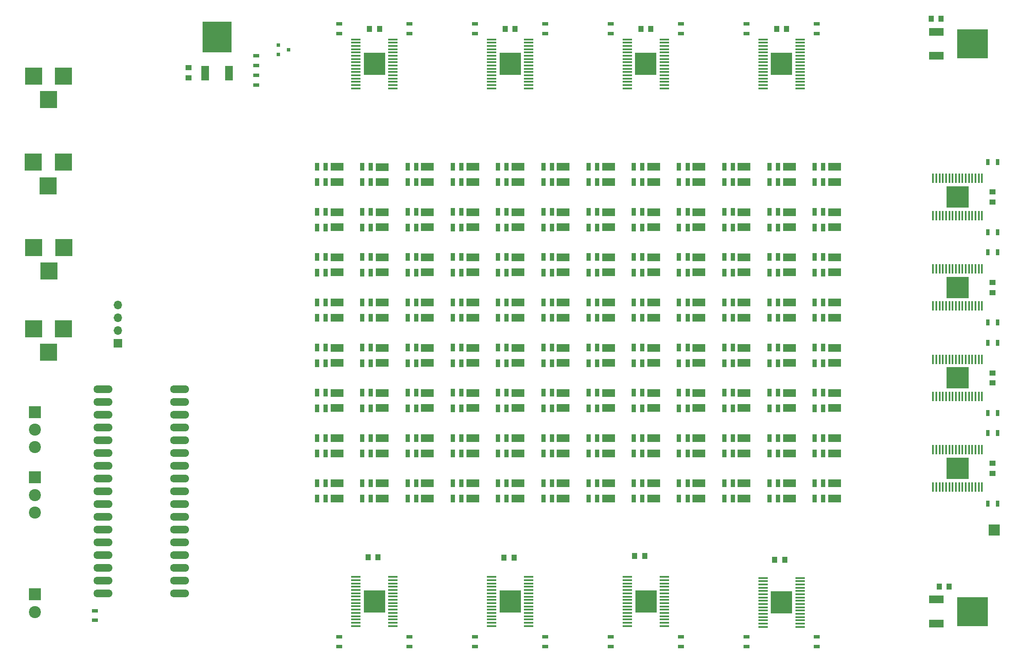
<source format=gbr>
G04 #@! TF.FileFunction,Soldermask,Top*
%FSLAX46Y46*%
G04 Gerber Fmt 4.6, Leading zero omitted, Abs format (unit mm)*
G04 Created by KiCad (PCBNEW 4.0.2-stable) date Monday, November 12, 2018 'PMt' 10:07:05 PM*
%MOMM*%
G01*
G04 APERTURE LIST*
%ADD10C,0.100000*%
%ADD11R,1.000000X1.250000*%
%ADD12R,1.250000X1.000000*%
%ADD13R,3.500120X3.500120*%
%ADD14R,2.600000X1.500000*%
%ADD15R,0.900000X1.500000*%
%ADD16R,1.300000X0.700000*%
%ADD17R,0.700000X1.300000*%
%ADD18O,3.810000X1.524000*%
%ADD19R,4.250000X4.500000*%
%ADD20R,1.940000X0.440000*%
%ADD21R,4.500000X4.250000*%
%ADD22R,0.440000X1.940000*%
%ADD23R,5.800000X6.200000*%
%ADD24R,1.600000X3.000000*%
%ADD25R,6.200000X5.800000*%
%ADD26R,3.000000X1.600000*%
%ADD27R,2.235200X2.235200*%
%ADD28R,0.800100X0.800100*%
%ADD29R,3.500000X3.500000*%
%ADD30C,2.400000*%
%ADD31R,2.400000X2.400000*%
%ADD32R,1.700000X1.700000*%
%ADD33O,1.700000X1.700000*%
G04 APERTURE END LIST*
D10*
D11*
X136790000Y-176270000D03*
X134790000Y-176270000D03*
X164000000Y-71000000D03*
X162000000Y-71000000D03*
X137000000Y-71000000D03*
X135000000Y-71000000D03*
X109740000Y-176190000D03*
X107740000Y-176190000D03*
X191000000Y-71000000D03*
X189000000Y-71000000D03*
X110000000Y-71000000D03*
X108000000Y-71000000D03*
D12*
X72025000Y-80775000D03*
X72025000Y-78775000D03*
X232000000Y-105500000D03*
X232000000Y-103500000D03*
D11*
X190620000Y-176730000D03*
X188620000Y-176730000D03*
X162750000Y-175940000D03*
X160750000Y-175940000D03*
D12*
X232000000Y-123500000D03*
X232000000Y-121500000D03*
X232000000Y-159500000D03*
X232000000Y-157500000D03*
X232000000Y-141500000D03*
X232000000Y-139500000D03*
D13*
X47120140Y-97550000D03*
X41120660Y-97550000D03*
X44120400Y-102249000D03*
D14*
X101550000Y-101500000D03*
X101550000Y-98500000D03*
D15*
X99300000Y-101550000D03*
X99300000Y-98450000D03*
X97600000Y-98450000D03*
X97600000Y-101550000D03*
D14*
X101550000Y-110500000D03*
X101550000Y-107500000D03*
D15*
X99300000Y-110550000D03*
X99300000Y-107450000D03*
X97600000Y-107450000D03*
X97600000Y-110550000D03*
D14*
X101550000Y-119500000D03*
X101550000Y-116500000D03*
D15*
X99300000Y-119550000D03*
X99300000Y-116450000D03*
X97600000Y-116450000D03*
X97600000Y-119550000D03*
D14*
X101550000Y-128500000D03*
X101550000Y-125500000D03*
D15*
X99300000Y-128550000D03*
X99300000Y-125450000D03*
X97600000Y-125450000D03*
X97600000Y-128550000D03*
D14*
X101550000Y-137500000D03*
X101550000Y-134500000D03*
D15*
X99300000Y-137550000D03*
X99300000Y-134450000D03*
X97600000Y-134450000D03*
X97600000Y-137550000D03*
D14*
X101550000Y-146500000D03*
X101550000Y-143500000D03*
D15*
X99300000Y-146550000D03*
X99300000Y-143450000D03*
X97600000Y-143450000D03*
X97600000Y-146550000D03*
D14*
X101550000Y-155500000D03*
X101550000Y-152500000D03*
D15*
X99300000Y-155550000D03*
X99300000Y-152450000D03*
X97600000Y-152450000D03*
X97600000Y-155550000D03*
D14*
X101550000Y-164500000D03*
X101550000Y-161500000D03*
D15*
X99300000Y-164550000D03*
X99300000Y-161450000D03*
X97600000Y-161450000D03*
X97600000Y-164550000D03*
D14*
X110550000Y-101525000D03*
X110550000Y-98525000D03*
D15*
X108300000Y-101550000D03*
X108300000Y-98450000D03*
X106600000Y-98450000D03*
X106600000Y-101550000D03*
D14*
X110550000Y-110500000D03*
X110550000Y-107500000D03*
D15*
X108300000Y-110550000D03*
X108300000Y-107450000D03*
X106600000Y-107450000D03*
X106600000Y-110550000D03*
D14*
X110550000Y-119500000D03*
X110550000Y-116500000D03*
D15*
X108300000Y-119550000D03*
X108300000Y-116450000D03*
X106600000Y-116450000D03*
X106600000Y-119550000D03*
D14*
X110550000Y-128500000D03*
X110550000Y-125500000D03*
D15*
X108300000Y-128550000D03*
X108300000Y-125450000D03*
X106600000Y-125450000D03*
X106600000Y-128550000D03*
D14*
X110550000Y-137500000D03*
X110550000Y-134500000D03*
D15*
X108300000Y-137550000D03*
X108300000Y-134450000D03*
X106600000Y-134450000D03*
X106600000Y-137550000D03*
D14*
X110550000Y-146500000D03*
X110550000Y-143500000D03*
D15*
X108300000Y-146550000D03*
X108300000Y-143450000D03*
X106600000Y-143450000D03*
X106600000Y-146550000D03*
D14*
X110550000Y-155500000D03*
X110550000Y-152500000D03*
D15*
X108300000Y-155550000D03*
X108300000Y-152450000D03*
X106600000Y-152450000D03*
X106600000Y-155550000D03*
D14*
X110550000Y-164500000D03*
X110550000Y-161500000D03*
D15*
X108300000Y-164550000D03*
X108300000Y-161450000D03*
X106600000Y-161450000D03*
X106600000Y-164550000D03*
D14*
X119550000Y-101500000D03*
X119550000Y-98500000D03*
D15*
X117300000Y-101550000D03*
X117300000Y-98450000D03*
X115600000Y-98450000D03*
X115600000Y-101550000D03*
D14*
X119550000Y-110500000D03*
X119550000Y-107500000D03*
D15*
X117300000Y-110550000D03*
X117300000Y-107450000D03*
X115600000Y-107450000D03*
X115600000Y-110550000D03*
D14*
X119550000Y-119500000D03*
X119550000Y-116500000D03*
D15*
X117300000Y-119550000D03*
X117300000Y-116450000D03*
X115600000Y-116450000D03*
X115600000Y-119550000D03*
D14*
X119550000Y-128500000D03*
X119550000Y-125500000D03*
D15*
X117300000Y-128550000D03*
X117300000Y-125450000D03*
X115600000Y-125450000D03*
X115600000Y-128550000D03*
D14*
X119550000Y-137500000D03*
X119550000Y-134500000D03*
D15*
X117300000Y-137550000D03*
X117300000Y-134450000D03*
X115600000Y-134450000D03*
X115600000Y-137550000D03*
D14*
X119550000Y-146500000D03*
X119550000Y-143500000D03*
D15*
X117300000Y-146550000D03*
X117300000Y-143450000D03*
X115600000Y-143450000D03*
X115600000Y-146550000D03*
D14*
X119550000Y-155500000D03*
X119550000Y-152500000D03*
D15*
X117300000Y-155550000D03*
X117300000Y-152450000D03*
X115600000Y-152450000D03*
X115600000Y-155550000D03*
D14*
X119550000Y-164500000D03*
X119550000Y-161500000D03*
D15*
X117300000Y-164550000D03*
X117300000Y-161450000D03*
X115600000Y-161450000D03*
X115600000Y-164550000D03*
D14*
X128550000Y-101500000D03*
X128550000Y-98500000D03*
D15*
X126300000Y-101550000D03*
X126300000Y-98450000D03*
X124600000Y-98450000D03*
X124600000Y-101550000D03*
D14*
X128550000Y-110500000D03*
X128550000Y-107500000D03*
D15*
X126300000Y-110550000D03*
X126300000Y-107450000D03*
X124600000Y-107450000D03*
X124600000Y-110550000D03*
D14*
X128550000Y-119500000D03*
X128550000Y-116500000D03*
D15*
X126300000Y-119550000D03*
X126300000Y-116450000D03*
X124600000Y-116450000D03*
X124600000Y-119550000D03*
D14*
X128550000Y-128500000D03*
X128550000Y-125500000D03*
D15*
X126300000Y-128550000D03*
X126300000Y-125450000D03*
X124600000Y-125450000D03*
X124600000Y-128550000D03*
D14*
X128550000Y-137500000D03*
X128550000Y-134500000D03*
D15*
X126300000Y-137550000D03*
X126300000Y-134450000D03*
X124600000Y-134450000D03*
X124600000Y-137550000D03*
D14*
X128550000Y-146500000D03*
X128550000Y-143500000D03*
D15*
X126300000Y-146550000D03*
X126300000Y-143450000D03*
X124600000Y-143450000D03*
X124600000Y-146550000D03*
D14*
X128550000Y-155500000D03*
X128550000Y-152500000D03*
D15*
X126300000Y-155550000D03*
X126300000Y-152450000D03*
X124600000Y-152450000D03*
X124600000Y-155550000D03*
D14*
X128550000Y-164500000D03*
X128550000Y-161500000D03*
D15*
X126300000Y-164550000D03*
X126300000Y-161450000D03*
X124600000Y-161450000D03*
X124600000Y-164550000D03*
D14*
X137550000Y-101500000D03*
X137550000Y-98500000D03*
D15*
X135300000Y-101550000D03*
X135300000Y-98450000D03*
X133600000Y-98450000D03*
X133600000Y-101550000D03*
D14*
X137550000Y-110500000D03*
X137550000Y-107500000D03*
D15*
X135300000Y-110550000D03*
X135300000Y-107450000D03*
X133600000Y-107450000D03*
X133600000Y-110550000D03*
D14*
X137550000Y-119500000D03*
X137550000Y-116500000D03*
D15*
X135300000Y-119550000D03*
X135300000Y-116450000D03*
X133600000Y-116450000D03*
X133600000Y-119550000D03*
D14*
X137550000Y-128500000D03*
X137550000Y-125500000D03*
D15*
X135300000Y-128550000D03*
X135300000Y-125450000D03*
X133600000Y-125450000D03*
X133600000Y-128550000D03*
D14*
X137550000Y-137500000D03*
X137550000Y-134500000D03*
D15*
X135300000Y-137550000D03*
X135300000Y-134450000D03*
X133600000Y-134450000D03*
X133600000Y-137550000D03*
D14*
X137550000Y-146500000D03*
X137550000Y-143500000D03*
D15*
X135300000Y-146550000D03*
X135300000Y-143450000D03*
X133600000Y-143450000D03*
X133600000Y-146550000D03*
D14*
X137550000Y-155500000D03*
X137550000Y-152500000D03*
D15*
X135300000Y-155550000D03*
X135300000Y-152450000D03*
X133600000Y-152450000D03*
X133600000Y-155550000D03*
D14*
X137550000Y-164500000D03*
X137550000Y-161500000D03*
D15*
X135300000Y-164550000D03*
X135300000Y-161450000D03*
X133600000Y-161450000D03*
X133600000Y-164550000D03*
D14*
X146550000Y-101500000D03*
X146550000Y-98500000D03*
D15*
X144300000Y-101550000D03*
X144300000Y-98450000D03*
X142600000Y-98450000D03*
X142600000Y-101550000D03*
D14*
X146550000Y-110500000D03*
X146550000Y-107500000D03*
D15*
X144300000Y-110550000D03*
X144300000Y-107450000D03*
X142600000Y-107450000D03*
X142600000Y-110550000D03*
D14*
X146550000Y-119500000D03*
X146550000Y-116500000D03*
D15*
X144300000Y-119550000D03*
X144300000Y-116450000D03*
X142600000Y-116450000D03*
X142600000Y-119550000D03*
D14*
X146550000Y-128500000D03*
X146550000Y-125500000D03*
D15*
X144300000Y-128550000D03*
X144300000Y-125450000D03*
X142600000Y-125450000D03*
X142600000Y-128550000D03*
D14*
X146550000Y-137500000D03*
X146550000Y-134500000D03*
D15*
X144300000Y-137550000D03*
X144300000Y-134450000D03*
X142600000Y-134450000D03*
X142600000Y-137550000D03*
D14*
X146550000Y-146500000D03*
X146550000Y-143500000D03*
D15*
X144300000Y-146550000D03*
X144300000Y-143450000D03*
X142600000Y-143450000D03*
X142600000Y-146550000D03*
D14*
X146550000Y-155500000D03*
X146550000Y-152500000D03*
D15*
X144300000Y-155550000D03*
X144300000Y-152450000D03*
X142600000Y-152450000D03*
X142600000Y-155550000D03*
D14*
X146550000Y-164500000D03*
X146550000Y-161500000D03*
D15*
X144300000Y-164550000D03*
X144300000Y-161450000D03*
X142600000Y-161450000D03*
X142600000Y-164550000D03*
D14*
X155550000Y-101500000D03*
X155550000Y-98500000D03*
D15*
X153300000Y-101550000D03*
X153300000Y-98450000D03*
X151600000Y-98450000D03*
X151600000Y-101550000D03*
D14*
X155550000Y-110500000D03*
X155550000Y-107500000D03*
D15*
X153300000Y-110550000D03*
X153300000Y-107450000D03*
X151600000Y-107450000D03*
X151600000Y-110550000D03*
D14*
X155550000Y-119500000D03*
X155550000Y-116500000D03*
D15*
X153300000Y-119550000D03*
X153300000Y-116450000D03*
X151600000Y-116450000D03*
X151600000Y-119550000D03*
D14*
X155550000Y-128500000D03*
X155550000Y-125500000D03*
D15*
X153300000Y-128550000D03*
X153300000Y-125450000D03*
X151600000Y-125450000D03*
X151600000Y-128550000D03*
D14*
X155550000Y-137500000D03*
X155550000Y-134500000D03*
D15*
X153300000Y-137550000D03*
X153300000Y-134450000D03*
X151600000Y-134450000D03*
X151600000Y-137550000D03*
D14*
X155550000Y-146500000D03*
X155550000Y-143500000D03*
D15*
X153300000Y-146550000D03*
X153300000Y-143450000D03*
X151600000Y-143450000D03*
X151600000Y-146550000D03*
D14*
X155550000Y-155500000D03*
X155550000Y-152500000D03*
D15*
X153300000Y-155550000D03*
X153300000Y-152450000D03*
X151600000Y-152450000D03*
X151600000Y-155550000D03*
D14*
X155550000Y-164500000D03*
X155550000Y-161500000D03*
D15*
X153300000Y-164550000D03*
X153300000Y-161450000D03*
X151600000Y-161450000D03*
X151600000Y-164550000D03*
D14*
X164550000Y-101500000D03*
X164550000Y-98500000D03*
D15*
X162300000Y-101550000D03*
X162300000Y-98450000D03*
X160600000Y-98450000D03*
X160600000Y-101550000D03*
D14*
X164550000Y-110500000D03*
X164550000Y-107500000D03*
D15*
X162300000Y-110550000D03*
X162300000Y-107450000D03*
X160600000Y-107450000D03*
X160600000Y-110550000D03*
D14*
X164550000Y-119500000D03*
X164550000Y-116500000D03*
D15*
X162300000Y-119550000D03*
X162300000Y-116450000D03*
X160600000Y-116450000D03*
X160600000Y-119550000D03*
D14*
X164550000Y-128500000D03*
X164550000Y-125500000D03*
D15*
X162300000Y-128550000D03*
X162300000Y-125450000D03*
X160600000Y-125450000D03*
X160600000Y-128550000D03*
D14*
X164550000Y-137500000D03*
X164550000Y-134500000D03*
D15*
X162300000Y-137550000D03*
X162300000Y-134450000D03*
X160600000Y-134450000D03*
X160600000Y-137550000D03*
D14*
X164550000Y-146500000D03*
X164550000Y-143500000D03*
D15*
X162300000Y-146550000D03*
X162300000Y-143450000D03*
X160600000Y-143450000D03*
X160600000Y-146550000D03*
D14*
X164550000Y-155500000D03*
X164550000Y-152500000D03*
D15*
X162300000Y-155550000D03*
X162300000Y-152450000D03*
X160600000Y-152450000D03*
X160600000Y-155550000D03*
D14*
X164550000Y-164500000D03*
X164550000Y-161500000D03*
D15*
X162300000Y-164550000D03*
X162300000Y-161450000D03*
X160600000Y-161450000D03*
X160600000Y-164550000D03*
D14*
X173550000Y-101500000D03*
X173550000Y-98500000D03*
D15*
X171300000Y-101550000D03*
X171300000Y-98450000D03*
X169600000Y-98450000D03*
X169600000Y-101550000D03*
D14*
X173550000Y-110500000D03*
X173550000Y-107500000D03*
D15*
X171300000Y-110550000D03*
X171300000Y-107450000D03*
X169600000Y-107450000D03*
X169600000Y-110550000D03*
D14*
X173550000Y-119500000D03*
X173550000Y-116500000D03*
D15*
X171300000Y-119550000D03*
X171300000Y-116450000D03*
X169600000Y-116450000D03*
X169600000Y-119550000D03*
D14*
X173550000Y-128500000D03*
X173550000Y-125500000D03*
D15*
X171300000Y-128550000D03*
X171300000Y-125450000D03*
X169600000Y-125450000D03*
X169600000Y-128550000D03*
D14*
X173550000Y-137500000D03*
X173550000Y-134500000D03*
D15*
X171300000Y-137550000D03*
X171300000Y-134450000D03*
X169600000Y-134450000D03*
X169600000Y-137550000D03*
D14*
X173550000Y-146500000D03*
X173550000Y-143500000D03*
D15*
X171300000Y-146550000D03*
X171300000Y-143450000D03*
X169600000Y-143450000D03*
X169600000Y-146550000D03*
D14*
X173550000Y-155500000D03*
X173550000Y-152500000D03*
D15*
X171300000Y-155550000D03*
X171300000Y-152450000D03*
X169600000Y-152450000D03*
X169600000Y-155550000D03*
D14*
X173550000Y-164500000D03*
X173550000Y-161500000D03*
D15*
X171300000Y-164550000D03*
X171300000Y-161450000D03*
X169600000Y-161450000D03*
X169600000Y-164550000D03*
D14*
X182550000Y-101500000D03*
X182550000Y-98500000D03*
D15*
X180300000Y-101550000D03*
X180300000Y-98450000D03*
X178600000Y-98450000D03*
X178600000Y-101550000D03*
D14*
X182550000Y-110500000D03*
X182550000Y-107500000D03*
D15*
X180300000Y-110550000D03*
X180300000Y-107450000D03*
X178600000Y-107450000D03*
X178600000Y-110550000D03*
D14*
X182550000Y-119500000D03*
X182550000Y-116500000D03*
D15*
X180300000Y-119550000D03*
X180300000Y-116450000D03*
X178600000Y-116450000D03*
X178600000Y-119550000D03*
D14*
X182550000Y-128500000D03*
X182550000Y-125500000D03*
D15*
X180300000Y-128550000D03*
X180300000Y-125450000D03*
X178600000Y-125450000D03*
X178600000Y-128550000D03*
D14*
X182550000Y-137500000D03*
X182550000Y-134500000D03*
D15*
X180300000Y-137550000D03*
X180300000Y-134450000D03*
X178600000Y-134450000D03*
X178600000Y-137550000D03*
D14*
X182550000Y-146500000D03*
X182550000Y-143500000D03*
D15*
X180300000Y-146550000D03*
X180300000Y-143450000D03*
X178600000Y-143450000D03*
X178600000Y-146550000D03*
D14*
X182550000Y-155500000D03*
X182550000Y-152500000D03*
D15*
X180300000Y-155550000D03*
X180300000Y-152450000D03*
X178600000Y-152450000D03*
X178600000Y-155550000D03*
D14*
X182550000Y-164500000D03*
X182550000Y-161500000D03*
D15*
X180300000Y-164550000D03*
X180300000Y-161450000D03*
X178600000Y-161450000D03*
X178600000Y-164550000D03*
D14*
X191550000Y-101500000D03*
X191550000Y-98500000D03*
D15*
X189300000Y-101550000D03*
X189300000Y-98450000D03*
X187600000Y-98450000D03*
X187600000Y-101550000D03*
D14*
X191550000Y-110500000D03*
X191550000Y-107500000D03*
D15*
X189300000Y-110550000D03*
X189300000Y-107450000D03*
X187600000Y-107450000D03*
X187600000Y-110550000D03*
D14*
X191550000Y-119500000D03*
X191550000Y-116500000D03*
D15*
X189300000Y-119550000D03*
X189300000Y-116450000D03*
X187600000Y-116450000D03*
X187600000Y-119550000D03*
D14*
X191550000Y-128500000D03*
X191550000Y-125500000D03*
D15*
X189300000Y-128550000D03*
X189300000Y-125450000D03*
X187600000Y-125450000D03*
X187600000Y-128550000D03*
D14*
X191550000Y-137500000D03*
X191550000Y-134500000D03*
D15*
X189300000Y-137550000D03*
X189300000Y-134450000D03*
X187600000Y-134450000D03*
X187600000Y-137550000D03*
D14*
X191550000Y-146500000D03*
X191550000Y-143500000D03*
D15*
X189300000Y-146550000D03*
X189300000Y-143450000D03*
X187600000Y-143450000D03*
X187600000Y-146550000D03*
D14*
X191550000Y-155500000D03*
X191550000Y-152500000D03*
D15*
X189300000Y-155550000D03*
X189300000Y-152450000D03*
X187600000Y-152450000D03*
X187600000Y-155550000D03*
D14*
X191550000Y-164500000D03*
X191550000Y-161500000D03*
D15*
X189300000Y-164550000D03*
X189300000Y-161450000D03*
X187600000Y-161450000D03*
X187600000Y-164550000D03*
D14*
X200550000Y-101500000D03*
X200550000Y-98500000D03*
D15*
X198300000Y-101550000D03*
X198300000Y-98450000D03*
X196600000Y-98450000D03*
X196600000Y-101550000D03*
D14*
X200550000Y-110500000D03*
X200550000Y-107500000D03*
D15*
X198300000Y-110550000D03*
X198300000Y-107450000D03*
X196600000Y-107450000D03*
X196600000Y-110550000D03*
D14*
X200550000Y-119500000D03*
X200550000Y-116500000D03*
D15*
X198300000Y-119550000D03*
X198300000Y-116450000D03*
X196600000Y-116450000D03*
X196600000Y-119550000D03*
D14*
X200550000Y-128500000D03*
X200550000Y-125500000D03*
D15*
X198300000Y-128550000D03*
X198300000Y-125450000D03*
X196600000Y-125450000D03*
X196600000Y-128550000D03*
D14*
X200550000Y-137500000D03*
X200550000Y-134500000D03*
D15*
X198300000Y-137550000D03*
X198300000Y-134450000D03*
X196600000Y-134450000D03*
X196600000Y-137550000D03*
D14*
X200550000Y-146500000D03*
X200550000Y-143500000D03*
D15*
X198300000Y-146550000D03*
X198300000Y-143450000D03*
X196600000Y-143450000D03*
X196600000Y-146550000D03*
D14*
X200550000Y-155500000D03*
X200550000Y-152500000D03*
D15*
X198300000Y-155550000D03*
X198300000Y-152450000D03*
X196600000Y-152450000D03*
X196600000Y-155550000D03*
D14*
X200550000Y-164500000D03*
X200550000Y-161500000D03*
D15*
X198300000Y-164550000D03*
X198300000Y-161450000D03*
X196600000Y-161450000D03*
X196600000Y-164550000D03*
D16*
X85525000Y-82200000D03*
X85525000Y-80300000D03*
X85525000Y-78300000D03*
X85525000Y-76400000D03*
X102000000Y-70050000D03*
X102000000Y-71950000D03*
X116000000Y-70050000D03*
X116000000Y-71950000D03*
X129000000Y-70050000D03*
X129000000Y-71950000D03*
X143000000Y-70050000D03*
X143000000Y-71950000D03*
X156000000Y-70050000D03*
X156000000Y-71950000D03*
X170000000Y-70050000D03*
X170000000Y-71950000D03*
X183000000Y-70050000D03*
X183000000Y-71950000D03*
X197000000Y-70050000D03*
X197000000Y-71950000D03*
X102000000Y-193950000D03*
X102000000Y-192050000D03*
X116000000Y-193950000D03*
X116000000Y-192050000D03*
X129000000Y-193950000D03*
X129000000Y-192050000D03*
X143000000Y-193950000D03*
X143000000Y-192050000D03*
X156000000Y-193950000D03*
X156000000Y-192050000D03*
X170000000Y-193950000D03*
X170000000Y-192050000D03*
X183000000Y-193950000D03*
X183000000Y-192050000D03*
X197000000Y-193950000D03*
X197000000Y-192050000D03*
D17*
X232950000Y-97500000D03*
X231050000Y-97500000D03*
X232950000Y-111500000D03*
X231050000Y-111500000D03*
X232950000Y-115500000D03*
X231050000Y-115500000D03*
X232950000Y-129500000D03*
X231050000Y-129500000D03*
X232950000Y-133500000D03*
X231050000Y-133500000D03*
X232950000Y-147500000D03*
X231050000Y-147500000D03*
X232950000Y-151500000D03*
X231050000Y-151500000D03*
X232950000Y-165500000D03*
X231050000Y-165500000D03*
D18*
X54970000Y-142790000D03*
X54970000Y-145330000D03*
X54970000Y-147870000D03*
X54970000Y-150410000D03*
X54970000Y-152950000D03*
X54970000Y-155490000D03*
X54970000Y-158030000D03*
X54970000Y-160570000D03*
X54970000Y-163110000D03*
X54970000Y-165650000D03*
X54970000Y-168190000D03*
X54970000Y-170730000D03*
X54970000Y-173270000D03*
X54970000Y-175810000D03*
X54970000Y-178350000D03*
X54970000Y-180890000D03*
X54970000Y-183430000D03*
X70210000Y-142790000D03*
X70210000Y-145330000D03*
X70210000Y-147870000D03*
X70210000Y-150410000D03*
X70210000Y-152950000D03*
X70210000Y-155490000D03*
X70210000Y-158030000D03*
X70210000Y-160570000D03*
X70210000Y-163110000D03*
X70210000Y-165650000D03*
X70210000Y-168190000D03*
X70210000Y-170730000D03*
X70210000Y-173270000D03*
X70210000Y-175810000D03*
X70210000Y-178350000D03*
X70210000Y-180890000D03*
X70210000Y-183430000D03*
D19*
X109000000Y-78000000D03*
D20*
X105300000Y-73125000D03*
X105300000Y-73775000D03*
X105300000Y-74425000D03*
X105300000Y-75075000D03*
X105300000Y-75725000D03*
X105300000Y-76375000D03*
X105300000Y-77025000D03*
X105300000Y-77675000D03*
X105300000Y-78325000D03*
X105300000Y-78975000D03*
X105300000Y-79625000D03*
X105300000Y-80275000D03*
X105300000Y-80925000D03*
X105300000Y-81575000D03*
X105300000Y-82225000D03*
X105300000Y-82875000D03*
X112700000Y-73125000D03*
X112700000Y-73775000D03*
X112700000Y-74425000D03*
X112700000Y-75075000D03*
X112700000Y-75725000D03*
X112700000Y-76375000D03*
X112700000Y-77025000D03*
X112700000Y-77675000D03*
X112700000Y-78325000D03*
X112700000Y-78975000D03*
X112700000Y-79625000D03*
X112700000Y-80275000D03*
X112700000Y-80925000D03*
X112700000Y-81575000D03*
X112700000Y-82225000D03*
X112700000Y-82875000D03*
D19*
X136000000Y-78000000D03*
D20*
X132300000Y-73125000D03*
X132300000Y-73775000D03*
X132300000Y-74425000D03*
X132300000Y-75075000D03*
X132300000Y-75725000D03*
X132300000Y-76375000D03*
X132300000Y-77025000D03*
X132300000Y-77675000D03*
X132300000Y-78325000D03*
X132300000Y-78975000D03*
X132300000Y-79625000D03*
X132300000Y-80275000D03*
X132300000Y-80925000D03*
X132300000Y-81575000D03*
X132300000Y-82225000D03*
X132300000Y-82875000D03*
X139700000Y-73125000D03*
X139700000Y-73775000D03*
X139700000Y-74425000D03*
X139700000Y-75075000D03*
X139700000Y-75725000D03*
X139700000Y-76375000D03*
X139700000Y-77025000D03*
X139700000Y-77675000D03*
X139700000Y-78325000D03*
X139700000Y-78975000D03*
X139700000Y-79625000D03*
X139700000Y-80275000D03*
X139700000Y-80925000D03*
X139700000Y-81575000D03*
X139700000Y-82225000D03*
X139700000Y-82875000D03*
D19*
X163000000Y-78000000D03*
D20*
X159300000Y-73125000D03*
X159300000Y-73775000D03*
X159300000Y-74425000D03*
X159300000Y-75075000D03*
X159300000Y-75725000D03*
X159300000Y-76375000D03*
X159300000Y-77025000D03*
X159300000Y-77675000D03*
X159300000Y-78325000D03*
X159300000Y-78975000D03*
X159300000Y-79625000D03*
X159300000Y-80275000D03*
X159300000Y-80925000D03*
X159300000Y-81575000D03*
X159300000Y-82225000D03*
X159300000Y-82875000D03*
X166700000Y-73125000D03*
X166700000Y-73775000D03*
X166700000Y-74425000D03*
X166700000Y-75075000D03*
X166700000Y-75725000D03*
X166700000Y-76375000D03*
X166700000Y-77025000D03*
X166700000Y-77675000D03*
X166700000Y-78325000D03*
X166700000Y-78975000D03*
X166700000Y-79625000D03*
X166700000Y-80275000D03*
X166700000Y-80925000D03*
X166700000Y-81575000D03*
X166700000Y-82225000D03*
X166700000Y-82875000D03*
D19*
X190000000Y-78000000D03*
D20*
X186300000Y-73125000D03*
X186300000Y-73775000D03*
X186300000Y-74425000D03*
X186300000Y-75075000D03*
X186300000Y-75725000D03*
X186300000Y-76375000D03*
X186300000Y-77025000D03*
X186300000Y-77675000D03*
X186300000Y-78325000D03*
X186300000Y-78975000D03*
X186300000Y-79625000D03*
X186300000Y-80275000D03*
X186300000Y-80925000D03*
X186300000Y-81575000D03*
X186300000Y-82225000D03*
X186300000Y-82875000D03*
X193700000Y-73125000D03*
X193700000Y-73775000D03*
X193700000Y-74425000D03*
X193700000Y-75075000D03*
X193700000Y-75725000D03*
X193700000Y-76375000D03*
X193700000Y-77025000D03*
X193700000Y-77675000D03*
X193700000Y-78325000D03*
X193700000Y-78975000D03*
X193700000Y-79625000D03*
X193700000Y-80275000D03*
X193700000Y-80925000D03*
X193700000Y-81575000D03*
X193700000Y-82225000D03*
X193700000Y-82875000D03*
D19*
X109000000Y-185000000D03*
D20*
X105300000Y-180125000D03*
X105300000Y-180775000D03*
X105300000Y-181425000D03*
X105300000Y-182075000D03*
X105300000Y-182725000D03*
X105300000Y-183375000D03*
X105300000Y-184025000D03*
X105300000Y-184675000D03*
X105300000Y-185325000D03*
X105300000Y-185975000D03*
X105300000Y-186625000D03*
X105300000Y-187275000D03*
X105300000Y-187925000D03*
X105300000Y-188575000D03*
X105300000Y-189225000D03*
X105300000Y-189875000D03*
X112700000Y-180125000D03*
X112700000Y-180775000D03*
X112700000Y-181425000D03*
X112700000Y-182075000D03*
X112700000Y-182725000D03*
X112700000Y-183375000D03*
X112700000Y-184025000D03*
X112700000Y-184675000D03*
X112700000Y-185325000D03*
X112700000Y-185975000D03*
X112700000Y-186625000D03*
X112700000Y-187275000D03*
X112700000Y-187925000D03*
X112700000Y-188575000D03*
X112700000Y-189225000D03*
X112700000Y-189875000D03*
D19*
X136000000Y-185005000D03*
D20*
X132300000Y-180130000D03*
X132300000Y-180780000D03*
X132300000Y-181430000D03*
X132300000Y-182080000D03*
X132300000Y-182730000D03*
X132300000Y-183380000D03*
X132300000Y-184030000D03*
X132300000Y-184680000D03*
X132300000Y-185330000D03*
X132300000Y-185980000D03*
X132300000Y-186630000D03*
X132300000Y-187280000D03*
X132300000Y-187930000D03*
X132300000Y-188580000D03*
X132300000Y-189230000D03*
X132300000Y-189880000D03*
X139700000Y-180130000D03*
X139700000Y-180780000D03*
X139700000Y-181430000D03*
X139700000Y-182080000D03*
X139700000Y-182730000D03*
X139700000Y-183380000D03*
X139700000Y-184030000D03*
X139700000Y-184680000D03*
X139700000Y-185330000D03*
X139700000Y-185980000D03*
X139700000Y-186630000D03*
X139700000Y-187280000D03*
X139700000Y-187930000D03*
X139700000Y-188580000D03*
X139700000Y-189230000D03*
X139700000Y-189880000D03*
D19*
X163010000Y-185005000D03*
D20*
X159310000Y-180130000D03*
X159310000Y-180780000D03*
X159310000Y-181430000D03*
X159310000Y-182080000D03*
X159310000Y-182730000D03*
X159310000Y-183380000D03*
X159310000Y-184030000D03*
X159310000Y-184680000D03*
X159310000Y-185330000D03*
X159310000Y-185980000D03*
X159310000Y-186630000D03*
X159310000Y-187280000D03*
X159310000Y-187930000D03*
X159310000Y-188580000D03*
X159310000Y-189230000D03*
X159310000Y-189880000D03*
X166710000Y-180130000D03*
X166710000Y-180780000D03*
X166710000Y-181430000D03*
X166710000Y-182080000D03*
X166710000Y-182730000D03*
X166710000Y-183380000D03*
X166710000Y-184030000D03*
X166710000Y-184680000D03*
X166710000Y-185330000D03*
X166710000Y-185980000D03*
X166710000Y-186630000D03*
X166710000Y-187280000D03*
X166710000Y-187930000D03*
X166710000Y-188580000D03*
X166710000Y-189230000D03*
X166710000Y-189880000D03*
D19*
X189990000Y-185185000D03*
D20*
X186290000Y-180310000D03*
X186290000Y-180960000D03*
X186290000Y-181610000D03*
X186290000Y-182260000D03*
X186290000Y-182910000D03*
X186290000Y-183560000D03*
X186290000Y-184210000D03*
X186290000Y-184860000D03*
X186290000Y-185510000D03*
X186290000Y-186160000D03*
X186290000Y-186810000D03*
X186290000Y-187460000D03*
X186290000Y-188110000D03*
X186290000Y-188760000D03*
X186290000Y-189410000D03*
X186290000Y-190060000D03*
X193690000Y-180310000D03*
X193690000Y-180960000D03*
X193690000Y-181610000D03*
X193690000Y-182260000D03*
X193690000Y-182910000D03*
X193690000Y-183560000D03*
X193690000Y-184210000D03*
X193690000Y-184860000D03*
X193690000Y-185510000D03*
X193690000Y-186160000D03*
X193690000Y-186810000D03*
X193690000Y-187460000D03*
X193690000Y-188110000D03*
X193690000Y-188760000D03*
X193690000Y-189410000D03*
X193690000Y-190060000D03*
D21*
X225000000Y-104500000D03*
D22*
X229875000Y-100800000D03*
X229225000Y-100800000D03*
X228575000Y-100800000D03*
X227925000Y-100800000D03*
X227275000Y-100800000D03*
X226625000Y-100800000D03*
X225975000Y-100800000D03*
X225325000Y-100800000D03*
X224675000Y-100800000D03*
X224025000Y-100800000D03*
X223375000Y-100800000D03*
X222725000Y-100800000D03*
X222075000Y-100800000D03*
X221425000Y-100800000D03*
X220775000Y-100800000D03*
X220125000Y-100800000D03*
X229875000Y-108200000D03*
X229225000Y-108200000D03*
X228575000Y-108200000D03*
X227925000Y-108200000D03*
X227275000Y-108200000D03*
X226625000Y-108200000D03*
X225975000Y-108200000D03*
X225325000Y-108200000D03*
X224675000Y-108200000D03*
X224025000Y-108200000D03*
X223375000Y-108200000D03*
X222725000Y-108200000D03*
X222075000Y-108200000D03*
X221425000Y-108200000D03*
X220775000Y-108200000D03*
X220125000Y-108200000D03*
D21*
X225000000Y-122500000D03*
D22*
X229875000Y-118800000D03*
X229225000Y-118800000D03*
X228575000Y-118800000D03*
X227925000Y-118800000D03*
X227275000Y-118800000D03*
X226625000Y-118800000D03*
X225975000Y-118800000D03*
X225325000Y-118800000D03*
X224675000Y-118800000D03*
X224025000Y-118800000D03*
X223375000Y-118800000D03*
X222725000Y-118800000D03*
X222075000Y-118800000D03*
X221425000Y-118800000D03*
X220775000Y-118800000D03*
X220125000Y-118800000D03*
X229875000Y-126200000D03*
X229225000Y-126200000D03*
X228575000Y-126200000D03*
X227925000Y-126200000D03*
X227275000Y-126200000D03*
X226625000Y-126200000D03*
X225975000Y-126200000D03*
X225325000Y-126200000D03*
X224675000Y-126200000D03*
X224025000Y-126200000D03*
X223375000Y-126200000D03*
X222725000Y-126200000D03*
X222075000Y-126200000D03*
X221425000Y-126200000D03*
X220775000Y-126200000D03*
X220125000Y-126200000D03*
D21*
X225000000Y-140500000D03*
D22*
X229875000Y-136800000D03*
X229225000Y-136800000D03*
X228575000Y-136800000D03*
X227925000Y-136800000D03*
X227275000Y-136800000D03*
X226625000Y-136800000D03*
X225975000Y-136800000D03*
X225325000Y-136800000D03*
X224675000Y-136800000D03*
X224025000Y-136800000D03*
X223375000Y-136800000D03*
X222725000Y-136800000D03*
X222075000Y-136800000D03*
X221425000Y-136800000D03*
X220775000Y-136800000D03*
X220125000Y-136800000D03*
X229875000Y-144200000D03*
X229225000Y-144200000D03*
X228575000Y-144200000D03*
X227925000Y-144200000D03*
X227275000Y-144200000D03*
X226625000Y-144200000D03*
X225975000Y-144200000D03*
X225325000Y-144200000D03*
X224675000Y-144200000D03*
X224025000Y-144200000D03*
X223375000Y-144200000D03*
X222725000Y-144200000D03*
X222075000Y-144200000D03*
X221425000Y-144200000D03*
X220775000Y-144200000D03*
X220125000Y-144200000D03*
D21*
X225000000Y-158500000D03*
D22*
X229875000Y-154800000D03*
X229225000Y-154800000D03*
X228575000Y-154800000D03*
X227925000Y-154800000D03*
X227275000Y-154800000D03*
X226625000Y-154800000D03*
X225975000Y-154800000D03*
X225325000Y-154800000D03*
X224675000Y-154800000D03*
X224025000Y-154800000D03*
X223375000Y-154800000D03*
X222725000Y-154800000D03*
X222075000Y-154800000D03*
X221425000Y-154800000D03*
X220775000Y-154800000D03*
X220125000Y-154800000D03*
X229875000Y-162200000D03*
X229225000Y-162200000D03*
X228575000Y-162200000D03*
X227925000Y-162200000D03*
X227275000Y-162200000D03*
X226625000Y-162200000D03*
X225975000Y-162200000D03*
X225325000Y-162200000D03*
X224675000Y-162200000D03*
X224025000Y-162200000D03*
X223375000Y-162200000D03*
X222725000Y-162200000D03*
X222075000Y-162200000D03*
X221425000Y-162200000D03*
X220775000Y-162200000D03*
X220125000Y-162200000D03*
D23*
X77700000Y-72625000D03*
D24*
X80085000Y-79805000D03*
X75315000Y-79805000D03*
D11*
X221350000Y-182020000D03*
X223350000Y-182020000D03*
D25*
X228000000Y-74000000D03*
D26*
X220820000Y-76385000D03*
X220820000Y-71615000D03*
D25*
X228000000Y-187000000D03*
D26*
X220820000Y-189385000D03*
X220820000Y-184615000D03*
D11*
X219750000Y-69040000D03*
X221750000Y-69040000D03*
D27*
X232310000Y-170790000D03*
D28*
X89924240Y-74225000D03*
X89924240Y-76125000D03*
X91923220Y-75175000D03*
D13*
X47170140Y-80400000D03*
X41170660Y-80400000D03*
X44170400Y-85099000D03*
D29*
X47170000Y-130700000D03*
X41170000Y-130700000D03*
X44170000Y-135400000D03*
D30*
X41470000Y-163800000D03*
X41470000Y-167300000D03*
D31*
X41470000Y-160300000D03*
D32*
X57970000Y-133600000D03*
D33*
X57970000Y-131060000D03*
X57970000Y-128520000D03*
X57970000Y-125980000D03*
D30*
X41470000Y-187100000D03*
D31*
X41470000Y-183600000D03*
D30*
X41470000Y-150800000D03*
X41470000Y-154300000D03*
D31*
X41470000Y-147300000D03*
D16*
X53370000Y-186850000D03*
X53370000Y-188750000D03*
D29*
X47220000Y-114550000D03*
X41220000Y-114550000D03*
X44220000Y-119250000D03*
M02*

</source>
